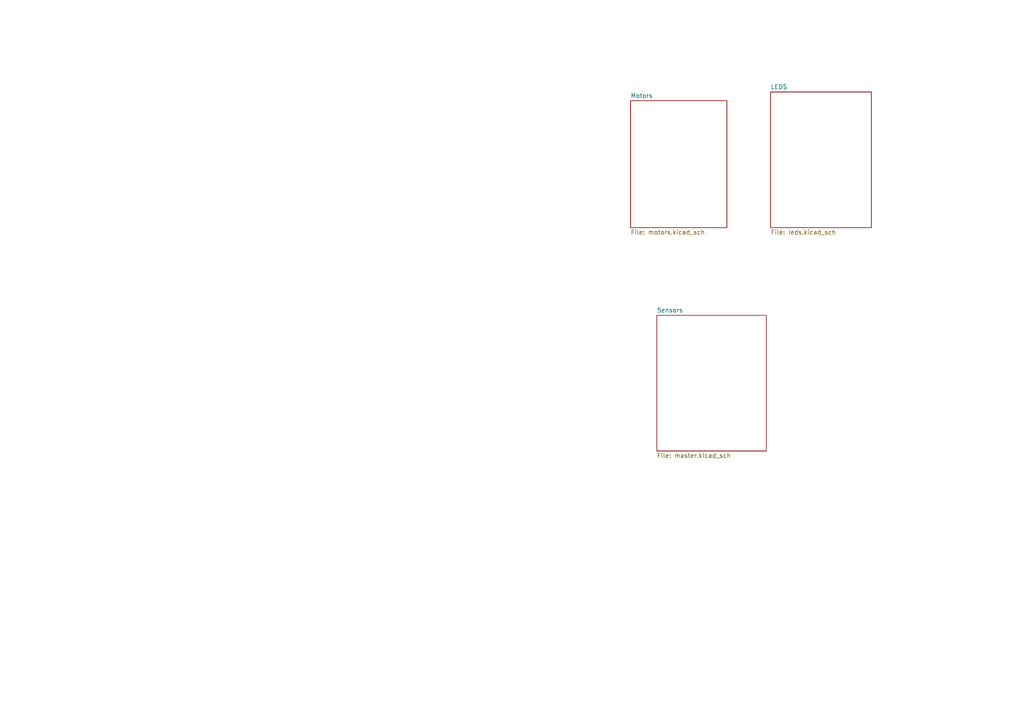
<source format=kicad_sch>
(kicad_sch (version 20230121) (generator eeschema)
  (paper "A4")
  (lib_symbols)
  (sheet (at 190.5 91.44) (size 31.75 39.37) (stroke (width 0.1524))
    (property "Sheetname" "Sensors" (at 190.5 90.7284 0) (effects (justify left bottom)))
    (property "Sheetfile" "master.kicad_sch" (at 190.5 131.3946 0) (effects (justify left top)))
  )
  (sheet (at 223.52 26.67) (size 29.21 39.37) (stroke (width 0.1524))
    (property "Sheetname" "LEDS" (at 223.52 25.9584 0) (effects (justify left bottom)))
    (property "Sheetfile" "leds.kicad_sch" (at 223.52 66.6246 0) (effects (justify left top)))
  )
  (sheet (at 182.88 29.21) (size 27.94 36.83) (stroke (width 0.1524))
    (property "Sheetname" "Motors" (at 182.88 28.4984 0) (effects (justify left bottom)))
    (property "Sheetfile" "motors.kicad_sch" (at 182.88 66.6246 0) (effects (justify left top)))
  )
)
</source>
